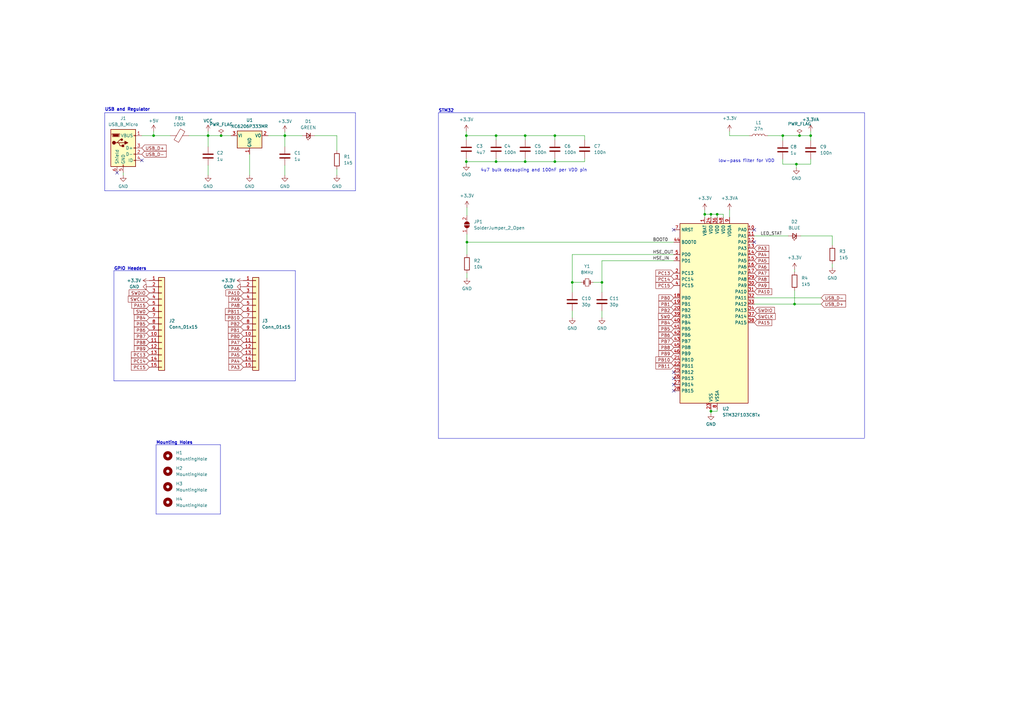
<source format=kicad_sch>
(kicad_sch (version 20230121) (generator eeschema)
  (paper "A3")
  (title_block (title "STM32F103C8T6") (date "2023-08-04") (rev "v.1.0") (company "https://github.com/anilv8"))
  (lib_symbols
    (symbol "Connector:USB_B_Micro" (pin_names (offset 1.016))
      (property "Reference" "J" (at -5.08 11.43 0))
      (property "Value" "USB_B_Micro" (at -5.08 8.89 0))
      (symbol "USB_B_Micro_0_1"
        (rectangle (start -5.08 -7.62) (end 5.08 7.62) (stroke (width 0.254)) (fill (type background)))
        (circle (center -3.81 2.159) (radius 0.635) (stroke (width 0.254)) (fill (type outline)))
        (circle (center -0.635 3.429) (radius 0.381) (stroke (width 0.254)) (fill (type outline)))
        (rectangle (start -0.127 -7.62) (end 0.127 -6.858))
        (polyline (pts (xy -1.905 2.159) (xy 0.635 2.159)) (stroke (width 0.254)))
        (polyline (pts (xy -3.175 2.159) (xy -2.54 2.159) (xy -1.27 3.429) (xy -0.635 3.429)) (stroke (width 0.254)))
        (polyline (pts (xy -2.54 2.159) (xy -1.905 2.159) (xy -1.27 0.889) (xy 0 0.889)) (stroke (width 0.254)))
        (polyline (pts (xy 0.635 2.794) (xy 0.635 1.524) (xy 1.905 2.159) (xy 0.635 2.794)) (stroke (width 0.254)) (fill (type outline)))
        (polyline (pts (xy -4.318 5.588) (xy -1.778 5.588) (xy -2.032 4.826) (xy -4.064 4.826) (xy -4.318 5.588)) (fill (type outline)))
        (polyline (pts (xy -4.699 5.842) (xy -4.699 5.588) (xy -4.445 4.826) (xy -4.445 4.572) (xy -1.651 4.572) (xy -1.651 4.826) (xy -1.397 5.588) (xy -1.397 5.842) (xy -4.699 5.842)))
        (rectangle (start 0.254 1.27) (end -0.508 0.508) (stroke (width 0.254)) (fill (type outline)))
        (rectangle (start 5.08 -5.207) (end 4.318 -4.953))
        (rectangle (start 5.08 -2.667) (end 4.318 -2.413))
        (rectangle (start 5.08 -0.127) (end 4.318 0.127))
        (rectangle (start 5.08 4.953) (end 4.318 5.207))
      )
      (symbol "USB_B_Micro_1_1"
        (pin power_out line (at 7.62 5.08 180) (length 2.54) (name "VBUS") (number "1"))
        (pin bidirectional line (at 7.62 -2.54 180) (length 2.54) (name "D-") (number "2"))
        (pin bidirectional line (at 7.62 0 180) (length 2.54) (name "D+") (number "3"))
        (pin passive line (at 7.62 -5.08 180) (length 2.54) (name "ID") (number "4"))
        (pin power_out line (at 0 -10.16 90) (length 2.54) (name "GND") (number "5"))
        (pin passive line (at -2.54 -10.16 90) (length 2.54) (name "Shield") (number "6"))
      )
    )
    (symbol "Connector_Generic:Conn_01x15" (pin_names (offset 1.016) hide)
      (property "Reference" "J" (at 0 20.32 0))
      (property "Value" "Conn_01x15" (at 0 -20.32 0))
      (symbol "Conn_01x15_1_1"
        (rectangle (start -1.27 -17.653) (end 0 -17.907) (stroke (width 0.1524)))
        (rectangle (start -1.27 -15.113) (end 0 -15.367) (stroke (width 0.1524)))
        (rectangle (start -1.27 -12.573) (end 0 -12.827) (stroke (width 0.1524)))
        (rectangle (start -1.27 -10.033) (end 0 -10.287) (stroke (width 0.1524)))
        (rectangle (start -1.27 -7.493) (end 0 -7.747) (stroke (width 0.1524)))
        (rectangle (start -1.27 -4.953) (end 0 -5.207) (stroke (width 0.1524)))
        (rectangle (start -1.27 -2.413) (end 0 -2.667) (stroke (width 0.1524)))
        (rectangle (start -1.27 0.127) (end 0 -0.127) (stroke (width 0.1524)))
        (rectangle (start -1.27 2.667) (end 0 2.413) (stroke (width 0.1524)))
        (rectangle (start -1.27 5.207) (end 0 4.953) (stroke (width 0.1524)))
        (rectangle (start -1.27 7.747) (end 0 7.493) (stroke (width 0.1524)))
        (rectangle (start -1.27 10.287) (end 0 10.033) (stroke (width 0.1524)))
        (rectangle (start -1.27 12.827) (end 0 12.573) (stroke (width 0.1524)))
        (rectangle (start -1.27 15.367) (end 0 15.113) (stroke (width 0.1524)))
        (rectangle (start -1.27 17.907) (end 0 17.653) (stroke (width 0.1524)))
        (rectangle (start -1.27 19.05) (end 1.27 -19.05) (stroke (width 0.254)) (fill (type background)))
        (pin passive line (at -5.08 17.78 0) (length 3.81) (name "Pin_1") (number "1"))
        (pin passive line (at -5.08 -5.08 0) (length 3.81) (name "Pin_10") (number "10"))
        (pin passive line (at -5.08 -7.62 0) (length 3.81) (name "Pin_11") (number "11"))
        (pin passive line (at -5.08 -10.16 0) (length 3.81) (name "Pin_12") (number "12"))
        (pin passive line (at -5.08 -12.7 0) (length 3.81) (name "Pin_13") (number "13"))
        (pin passive line (at -5.08 -15.24 0) (length 3.81) (name "Pin_14") (number "14"))
        (pin passive line (at -5.08 -17.78 0) (length 3.81) (name "Pin_15") (number "15"))
        (pin passive line (at -5.08 15.24 0) (length 3.81) (name "Pin_2") (number "2"))
        (pin passive line (at -5.08 12.7 0) (length 3.81) (name "Pin_3") (number "3"))
        (pin passive line (at -5.08 10.16 0) (length 3.81) (name "Pin_4") (number "4"))
        (pin passive line (at -5.08 7.62 0) (length 3.81) (name "Pin_5") (number "5"))
        (pin passive line (at -5.08 5.08 0) (length 3.81) (name "Pin_6") (number "6"))
        (pin passive line (at -5.08 2.54 0) (length 3.81) (name "Pin_7") (number "7"))
        (pin passive line (at -5.08 0 0) (length 3.81) (name "Pin_8") (number "8"))
        (pin passive line (at -5.08 -2.54 0) (length 3.81) (name "Pin_9") (number "9"))
      )
    )
    (symbol "Device:C" (pin_numbers hide) (pin_names (offset 0.254))
      (property "Reference" "C" (at 0.635 2.54 0))
      (property "Value" "C" (at 0.635 -2.54 0))
      (symbol "C_0_1"
        (polyline (pts (xy -2.032 -0.762) (xy 2.032 -0.762)) (stroke (width 0.508)))
        (polyline (pts (xy -2.032 0.762) (xy 2.032 0.762)) (stroke (width 0.508)))
      )
      (symbol "C_1_1"
        (pin passive line (at 0 3.81 270) (length 2.794) (name "~") (number "1"))
        (pin passive line (at 0 -3.81 90) (length 2.794) (name "~") (number "2"))
      )
    )
    (symbol "Device:Crystal_Small" (pin_numbers hide) (pin_names (offset 1.016) hide)
      (property "Reference" "Y" (at 0 2.54 0))
      (property "Value" "Crystal_Small" (at 0 -2.54 0))
      (symbol "Crystal_Small_0_1"
        (rectangle (start -0.762 -1.524) (end 0.762 1.524))
        (polyline (pts (xy -1.27 -0.762) (xy -1.27 0.762)) (stroke (width 0.381)))
        (polyline (pts (xy 1.27 -0.762) (xy 1.27 0.762)) (stroke (width 0.381)))
      )
      (symbol "Crystal_Small_1_1"
        (pin passive line (at -2.54 0 0) (length 1.27) (name "1") (number "1"))
        (pin passive line (at 2.54 0 180) (length 1.27) (name "2") (number "2"))
      )
    )
    (symbol "Device:FerriteBead" (pin_numbers hide) (pin_names (offset 0))
      (property "Reference" "FB" (at -3.81 0.635 90))
      (property "Value" "FerriteBead" (at 3.81 0 90))
      (symbol "FerriteBead_0_1"
        (polyline (pts (xy 0 -1.27) (xy 0 -1.2192)))
        (polyline (pts (xy 0 1.27) (xy 0 1.2954)))
        (polyline (pts (xy -2.7686 0.4064) (xy -1.7018 2.2606) (xy 2.7686 -0.3048) (xy 1.6764 -2.159) (xy -2.7686 0.4064)))
      )
      (symbol "FerriteBead_1_1"
        (pin passive line (at 0 3.81 270) (length 2.54) (name "~") (number "1"))
        (pin passive line (at 0 -3.81 90) (length 2.54) (name "~") (number "2"))
      )
    )
    (symbol "Device:L" (pin_numbers hide) (pin_names (offset 1.016) hide)
      (property "Reference" "L" (at -1.27 0 90))
      (property "Value" "L" (at 1.905 0 90))
      (symbol "L_0_1"
        (arc (start 0 -2.54) (mid 0.6323 -1.905) (end 0 -1.27))
        (arc (start 0 -1.27) (mid 0.6323 -0.635) (end 0 0))
        (arc (start 0 0) (mid 0.6323 0.635) (end 0 1.27))
        (arc (start 0 1.27) (mid 0.6323 1.905) (end 0 2.54))
      )
      (symbol "L_1_1"
        (pin passive line (at 0 3.81 270) (length 1.27) (name "1") (number "1"))
        (pin passive line (at 0 -3.81 90) (length 1.27) (name "2") (number "2"))
      )
    )
    (symbol "Device:LED_Small" (pin_numbers hide) (pin_names (offset 0.254) hide)
      (property "Reference" "D" (at -1.27 3.175 0))
      (property "Value" "LED_Small" (at -4.445 -2.54 0))
      (symbol "LED_Small_0_1"
        (polyline (pts (xy -0.762 -1.016) (xy -0.762 1.016)) (stroke (width 0.254)))
        (polyline (pts (xy 1.016 0) (xy -0.762 0)))
        (polyline (pts (xy 0.762 -1.016) (xy -0.762 0) (xy 0.762 1.016) (xy 0.762 -1.016)) (stroke (width 0.254)))
        (polyline (pts (xy 0 0.762) (xy -0.508 1.27) (xy -0.254 1.27) (xy -0.508 1.27) (xy -0.508 1.016)))
        (polyline (pts (xy 0.508 1.27) (xy 0 1.778) (xy 0.254 1.778) (xy 0 1.778) (xy 0 1.524)))
      )
      (symbol "LED_Small_1_1"
        (pin passive line (at -2.54 0 0) (length 1.778) (name "K") (number "1"))
        (pin passive line (at 2.54 0 180) (length 1.778) (name "A") (number "2"))
      )
    )
    (symbol "Device:R" (pin_numbers hide) (pin_names (offset 0))
      (property "Reference" "R" (at 2.032 0 90))
      (property "Value" "R" (at 0 0 90))
      (symbol "R_0_1"
        (rectangle (start -1.016 -2.54) (end 1.016 2.54) (stroke (width 0.254)))
      )
      (symbol "R_1_1"
        (pin passive line (at 0 3.81 270) (length 1.27) (name "~") (number "1"))
        (pin passive line (at 0 -3.81 90) (length 1.27) (name "~") (number "2"))
      )
    )
    (symbol "Jumper:SolderJumper_2_Open" (pin_names (offset 0) hide)
      (property "Reference" "JP" (at 0 2.032 0))
      (property "Value" "SolderJumper_2_Open" (at 0 -2.54 0))
      (symbol "SolderJumper_2_Open_0_1"
        (arc (start -0.254 1.016) (mid -1.2656 0) (end -0.254 -1.016))
        (arc (start -0.254 1.016) (mid -1.2656 0) (end -0.254 -1.016) (fill (type outline)))
        (polyline (pts (xy -0.254 1.016) (xy -0.254 -1.016)))
        (polyline (pts (xy 0.254 1.016) (xy 0.254 -1.016)))
        (arc (start 0.254 -1.016) (mid 1.2656 0) (end 0.254 1.016))
        (arc (start 0.254 -1.016) (mid 1.2656 0) (end 0.254 1.016) (fill (type outline)))
      )
      (symbol "SolderJumper_2_Open_1_1"
        (pin passive line (at -3.81 0 0) (length 2.54) (name "A") (number "1"))
        (pin passive line (at 3.81 0 180) (length 2.54) (name "B") (number "2"))
      )
    )
    (symbol "MCU_ST_STM32F1:STM32F103C8Tx"
      (property "Reference" "U" (at -12.7 39.37 0))
      (property "Value" "STM32F103C8Tx" (at 10.16 39.37 0))
      (symbol "STM32F103C8Tx_0_1"
        (rectangle (start -12.7 -35.56) (end 15.24 38.1) (stroke (width 0.254)) (fill (type background)))
      )
      (symbol "STM32F103C8Tx_1_1"
        (pin power_in line (at -2.54 40.64 270) (length 2.54) (name "VBAT") (number "1"))
        (pin bidirectional line (at 17.78 35.56 180) (length 2.54) (name "PA0") (number "10"))
        (pin bidirectional line (at 17.78 33.02 180) (length 2.54) (name "PA1") (number "11"))
        (pin bidirectional line (at 17.78 30.48 180) (length 2.54) (name "PA2") (number "12"))
        (pin bidirectional line (at 17.78 27.94 180) (length 2.54) (name "PA3") (number "13"))
        (pin bidirectional line (at 17.78 25.4 180) (length 2.54) (name "PA4") (number "14"))
        (pin bidirectional line (at 17.78 22.86 180) (length 2.54) (name "PA5") (number "15"))
        (pin bidirectional line (at 17.78 20.32 180) (length 2.54) (name "PA6") (number "16"))
        (pin bidirectional line (at 17.78 17.78 180) (length 2.54) (name "PA7") (number "17"))
        (pin bidirectional line (at -15.24 7.62 0) (length 2.54) (name "PB0") (number "18"))
        (pin bidirectional line (at -15.24 5.08 0) (length 2.54) (name "PB1") (number "19"))
        (pin bidirectional line (at -15.24 17.78 0) (length 2.54) (name "PC13") (number "2"))
        (pin bidirectional line (at -15.24 2.54 0) (length 2.54) (name "PB2") (number "20"))
        (pin bidirectional line (at -15.24 -17.78 0) (length 2.54) (name "PB10") (number "21"))
        (pin bidirectional line (at -15.24 -20.32 0) (length 2.54) (name "PB11") (number "22"))
        (pin power_in line (at 0 -38.1 90) (length 2.54) (name "VSS") (number "23"))
        (pin power_in line (at 0 40.64 270) (length 2.54) (name "VDD") (number "24"))
        (pin bidirectional line (at -15.24 -22.86 0) (length 2.54) (name "PB12") (number "25"))
        (pin bidirectional line (at -15.24 -25.4 0) (length 2.54) (name "PB13") (number "26"))
        (pin bidirectional line (at -15.24 -27.94 0) (length 2.54) (name "PB14") (number "27"))
        (pin bidirectional line (at -15.24 -30.48 0) (length 2.54) (name "PB15") (number "28"))
        (pin bidirectional line (at 17.78 15.24 180) (length 2.54) (name "PA8") (number "29"))
        (pin bidirectional line (at -15.24 15.24 0) (length 2.54) (name "PC14") (number "3"))
        (pin bidirectional line (at 17.78 12.7 180) (length 2.54) (name "PA9") (number "30"))
        (pin bidirectional line (at 17.78 10.16 180) (length 2.54) (name "PA10") (number "31"))
        (pin bidirectional line (at 17.78 7.62 180) (length 2.54) (name "PA11") (number "32"))
        (pin bidirectional line (at 17.78 5.08 180) (length 2.54) (name "PA12") (number "33"))
        (pin bidirectional line (at 17.78 2.54 180) (length 2.54) (name "PA13") (number "34"))
        (pin passive line (at 0 -38.1 90) (length 2.54) hide (name "VSS") (number "35"))
        (pin power_in line (at 2.54 40.64 270) (length 2.54) (name "VDD") (number "36"))
        (pin bidirectional line (at 17.78 0 180) (length 2.54) (name "PA14") (number "37"))
        (pin bidirectional line (at 17.78 -2.54 180) (length 2.54) (name "PA15") (number "38"))
        (pin bidirectional line (at -15.24 0 0) (length 2.54) (name "PB3") (number "39"))
        (pin bidirectional line (at -15.24 12.7 0) (length 2.54) (name "PC15") (number "4"))
        (pin bidirectional line (at -15.24 -2.54 0) (length 2.54) (name "PB4") (number "40"))
        (pin bidirectional line (at -15.24 -5.08 0) (length 2.54) (name "PB5") (number "41"))
        (pin bidirectional line (at -15.24 -7.62 0) (length 2.54) (name "PB6") (number "42"))
        (pin bidirectional line (at -15.24 -10.16 0) (length 2.54) (name "PB7") (number "43"))
        (pin input line (at -15.24 30.48 0) (length 2.54) (name "BOOT0") (number "44"))
        (pin bidirectional line (at -15.24 -12.7 0) (length 2.54) (name "PB8") (number "45"))
        (pin bidirectional line (at -15.24 -15.24 0) (length 2.54) (name "PB9") (number "46"))
        (pin passive line (at 0 -38.1 90) (length 2.54) hide (name "VSS") (number "47"))
        (pin power_in line (at 5.08 40.64 270) (length 2.54) (name "VDD") (number "48"))
        (pin bidirectional line (at -15.24 25.4 0) (length 2.54) (name "PD0") (number "5"))
        (pin bidirectional line (at -15.24 22.86 0) (length 2.54) (name "PD1") (number "6"))
        (pin input line (at -15.24 35.56 0) (length 2.54) (name "NRST") (number "7"))
        (pin power_in line (at 2.54 -38.1 90) (length 2.54) (name "VSSA") (number "8"))
        (pin power_in line (at 7.62 40.64 270) (length 2.54) (name "VDDA") (number "9"))
      )
    )
    (symbol "Mechanical:MountingHole" (pin_names (offset 1.016))
      (property "Reference" "H" (at 0 5.08 0))
      (property "Value" "MountingHole" (at 0 3.175 0))
      (symbol "MountingHole_0_1"
        (circle (center 0 0) (radius 1.27) (stroke (width 1.27)))
      )
    )
    (symbol "Regulator_Linear:XC6206PxxxMR" (pin_names (offset 0.254))
      (property "Reference" "U" (at -3.81 3.175 0))
      (property "Value" "XC6206PxxxMR" (at 0 3.175 0))
      (symbol "XC6206PxxxMR_0_1"
        (rectangle (start -5.08 1.905) (end 5.08 -5.08) (stroke (width 0.254)) (fill (type background)))
      )
      (symbol "XC6206PxxxMR_1_1"
        (pin power_in line (at 0 -7.62 90) (length 2.54) (name "GND") (number "1"))
        (pin power_out line (at 7.62 0 180) (length 2.54) (name "VO") (number "2"))
        (pin power_in line (at -7.62 0 0) (length 2.54) (name "VI") (number "3"))
      )
    )
    (symbol "power:+3.3V" (power) (pin_names (offset 0))
      (property "Value" "+3.3V" (at 0 3.556 0))
      (symbol "+3.3V_0_1"
        (polyline (pts (xy -0.762 1.27) (xy 0 2.54)))
        (polyline (pts (xy 0 0) (xy 0 2.54)))
        (polyline (pts (xy 0 2.54) (xy 0.762 1.27)))
      )
      (symbol "+3.3V_1_1"
        (pin power_in line (at 0 0 90) (length 0) hide (name "+3.3V") (number "1"))
      )
    )
    (symbol "power:+3.3VA" (power) (pin_names (offset 0))
      (property "Value" "+3.3VA" (at 0 3.556 0))
      (symbol "+3.3VA_0_1"
        (polyline (pts (xy -0.762 1.27) (xy 0 2.54)))
        (polyline (pts (xy 0 0) (xy 0 2.54)))
        (polyline (pts (xy 0 2.54) (xy 0.762 1.27)))
      )
      (symbol "+3.3VA_1_1"
        (pin power_in line (at 0 0 90) (length 0) hide (name "+3.3VA") (number "1"))
      )
    )
    (symbol "power:+5V" (power) (pin_names (offset 0))
      (property "Value" "+5V" (at 0 3.556 0))
      (symbol "+5V_0_1"
        (polyline (pts (xy -0.762 1.27) (xy 0 2.54)))
        (polyline (pts (xy 0 0) (xy 0 2.54)))
        (polyline (pts (xy 0 2.54) (xy 0.762 1.27)))
      )
      (symbol "+5V_1_1"
        (pin power_in line (at 0 0 90) (length 0) hide (name "+5V") (number "1"))
      )
    )
    (symbol "power:GND" (power) (pin_names (offset 0))
      (property "Value" "GND" (at 0 -3.81 0))
      (symbol "GND_0_1"
        (polyline (pts (xy 0 0) (xy 0 -1.27) (xy 1.27 -1.27) (xy 0 -2.54) (xy -1.27 -1.27) (xy 0 -1.27)))
      )
      (symbol "GND_1_1"
        (pin power_in line (at 0 0 270) (length 0) hide (name "GND") (number "1"))
      )
    )
    (symbol "power:PWR_FLAG" (power) (pin_numbers hide) (pin_names (offset 0) hide)
      (property "Value" "PWR_FLAG" (at 0 3.81 0))
      (symbol "PWR_FLAG_0_0"
        (pin power_out line (at 0 0 90) (length 0) (name "pwr") (number "1"))
      )
      (symbol "PWR_FLAG_0_1"
        (polyline (pts (xy 0 0) (xy 0 1.27) (xy -1.016 1.905) (xy 0 2.54) (xy 1.016 1.905) (xy 0 1.27)))
      )
    )
    (symbol "power:VCC" (power) (pin_names (offset 0))
      (property "Value" "VCC" (at 0 3.81 0))
      (symbol "VCC_0_1"
        (polyline (pts (xy -0.762 1.27) (xy 0 2.54)))
        (polyline (pts (xy 0 0) (xy 0 2.54)))
        (polyline (pts (xy 0 2.54) (xy 0.762 1.27)))
      )
      (symbol "VCC_1_1"
        (pin power_in line (at 0 0 90) (length 0) hide (name "VCC") (number "1"))
      )
    )
  )
  (junction (at 246.888 115.824))
  (junction (at 203.454 55.626))
  (junction (at 294.132 87.884))
  (junction (at 289.052 87.884))
  (junction (at 116.84 55.626))
  (junction (at 234.696 115.824))
  (junction (at 291.592 87.884))
  (junction (at 90.678 55.626))
  (junction (at 227.584 55.626))
  (junction (at 215.392 66.294))
  (junction (at 62.992 55.626))
  (junction (at 321.056 55.626))
  (junction (at 227.584 66.294))
  (junction (at 326.644 67.31))
  (junction (at 291.592 168.656))
  (junction (at 332.486 55.626))
  (junction (at 203.454 66.294))
  (junction (at 215.392 55.626))
  (junction (at 191.262 66.294))
  (junction (at 191.262 55.626))
  (junction (at 325.882 124.714))
  (junction (at 191.516 99.314))
  (junction (at 327.914 55.626))
  (junction (at 85.344 55.626))
  (no_connect (at 276.352 94.234))
  (no_connect (at 276.352 160.274))
  (no_connect (at 48.006 70.866))
  (no_connect (at 309.372 99.314))
  (no_connect (at 276.352 157.734))
  (no_connect (at 276.352 152.654))
  (no_connect (at 58.166 65.786))
  (no_connect (at 309.372 94.234))
  (no_connect (at 276.352 155.194))
  (wire (pts (xy 291.592 167.894) (xy 291.592 168.656)))
  (polyline (pts (xy 64.008 182.372) (xy 90.424 182.372)))
  (wire (pts (xy 234.696 115.824) (xy 234.696 119.888)))
  (wire (pts (xy 291.592 168.656) (xy 291.592 169.672)))
  (wire (pts (xy 341.376 100.584) (xy 341.376 96.774)))
  (polyline (pts (xy 42.926 46.228) (xy 42.926 78.232)))
  (wire (pts (xy 62.992 55.626) (xy 69.85 55.626)))
  (wire (pts (xy 289.052 87.884) (xy 291.592 87.884)))
  (wire (pts (xy 191.516 96.012) (xy 191.516 99.314)))
  (wire (pts (xy 246.888 115.824) (xy 246.888 119.888)))
  (polyline (pts (xy 90.424 210.82) (xy 64.008 210.82)))
  (wire (pts (xy 314.96 55.626) (xy 321.056 55.626)))
  (polyline (pts (xy 145.796 78.232) (xy 42.926 78.232)))
  (wire (pts (xy 289.052 86.106) (xy 289.052 87.884)))
  (wire (pts (xy 203.454 57.404) (xy 203.454 55.626)))
  (wire (pts (xy 299.212 55.626) (xy 307.34 55.626)))
  (wire (pts (xy 246.888 106.934) (xy 276.352 106.934)))
  (wire (pts (xy 294.132 168.656) (xy 291.592 168.656)))
  (wire (pts (xy 116.84 55.626) (xy 116.84 60.198)))
  (wire (pts (xy 321.056 65.278) (xy 321.056 67.31)))
  (wire (pts (xy 215.392 66.294) (xy 227.584 66.294)))
  (wire (pts (xy 325.882 110.49) (xy 325.882 111.506)))
  (wire (pts (xy 294.132 87.884) (xy 296.672 87.884)))
  (wire (pts (xy 191.262 53.848) (xy 191.262 55.626)))
  (polyline (pts (xy 64.008 182.372) (xy 64.008 210.82)))
  (wire (pts (xy 321.056 67.31) (xy 326.644 67.31)))
  (wire (pts (xy 102.362 63.246) (xy 102.362 71.882)))
  (wire (pts (xy 234.696 127.508) (xy 234.696 130.302)))
  (polyline (pts (xy 145.796 46.228) (xy 145.796 78.232)))
  (wire (pts (xy 234.696 115.824) (xy 238.252 115.824)))
  (polyline (pts (xy 354.584 46.228) (xy 354.584 179.578)))
  (wire (pts (xy 239.776 57.404) (xy 239.776 55.626)))
  (wire (pts (xy 203.454 66.294) (xy 215.392 66.294)))
  (wire (pts (xy 227.584 65.024) (xy 227.584 66.294)))
  (wire (pts (xy 291.592 87.884) (xy 294.132 87.884)))
  (wire (pts (xy 326.644 67.31) (xy 326.644 68.834)))
  (wire (pts (xy 215.392 65.024) (xy 215.392 66.294)))
  (wire (pts (xy 326.644 67.31) (xy 332.486 67.31)))
  (wire (pts (xy 138.176 69.342) (xy 138.176 71.882)))
  (polyline (pts (xy 354.584 179.832) (xy 179.832 179.832)))
  (wire (pts (xy 129.032 55.626) (xy 138.176 55.626)))
  (polyline (pts (xy 46.736 110.998) (xy 46.736 156.21)))
  (wire (pts (xy 327.914 55.626) (xy 332.486 55.626)))
  (wire (pts (xy 50.546 70.866) (xy 50.546 71.882)))
  (wire (pts (xy 116.84 55.626) (xy 123.952 55.626)))
  (wire (pts (xy 215.392 57.404) (xy 215.392 55.626)))
  (wire (pts (xy 191.516 99.314) (xy 276.352 99.314)))
  (wire (pts (xy 227.584 57.404) (xy 227.584 55.626)))
  (wire (pts (xy 191.262 66.294) (xy 203.454 66.294)))
  (wire (pts (xy 203.454 65.024) (xy 203.454 66.294)))
  (wire (pts (xy 243.332 115.824) (xy 246.888 115.824)))
  (wire (pts (xy 227.584 55.626) (xy 215.392 55.626)))
  (wire (pts (xy 325.882 119.126) (xy 325.882 124.714)))
  (polyline (pts (xy 121.158 156.21) (xy 121.158 110.998)))
  (wire (pts (xy 276.352 104.394) (xy 234.696 104.394)))
  (wire (pts (xy 77.47 55.626) (xy 85.344 55.626)))
  (wire (pts (xy 246.888 106.934) (xy 246.888 115.824)))
  (wire (pts (xy 85.344 55.626) (xy 85.344 60.198)))
  (wire (pts (xy 299.212 86.106) (xy 299.212 89.154)))
  (wire (pts (xy 332.486 53.848) (xy 332.486 55.626)))
  (polyline (pts (xy 179.832 46.228) (xy 354.584 46.228)))
  (polyline (pts (xy 46.736 156.21) (xy 121.158 156.21)))
  (wire (pts (xy 309.372 122.174) (xy 336.804 122.174)))
  (wire (pts (xy 203.454 55.626) (xy 191.262 55.626)))
  (wire (pts (xy 332.486 55.626) (xy 332.486 57.658)))
  (wire (pts (xy 191.516 85.09) (xy 191.516 88.392)))
  (wire (pts (xy 309.372 124.714) (xy 325.882 124.714)))
  (wire (pts (xy 234.696 104.394) (xy 234.696 115.824)))
  (wire (pts (xy 85.344 53.848) (xy 85.344 55.626)))
  (wire (pts (xy 191.262 55.626) (xy 191.262 57.404)))
  (wire (pts (xy 246.888 127.508) (xy 246.888 130.302)))
  (polyline (pts (xy 42.926 46.228) (xy 145.796 46.228)))
  (wire (pts (xy 191.262 65.024) (xy 191.262 66.294)))
  (wire (pts (xy 191.516 112.014) (xy 191.516 114.046)))
  (wire (pts (xy 294.132 89.154) (xy 294.132 87.884)))
  (wire (pts (xy 138.176 61.722) (xy 138.176 55.626)))
  (polyline (pts (xy 90.424 182.372) (xy 90.424 210.82)))
  (wire (pts (xy 325.882 124.714) (xy 336.804 124.714)))
  (wire (pts (xy 85.344 55.626) (xy 90.678 55.626)))
  (wire (pts (xy 85.344 67.818) (xy 85.344 71.882)))
  (wire (pts (xy 109.982 55.626) (xy 116.84 55.626)))
  (wire (pts (xy 215.392 55.626) (xy 203.454 55.626)))
  (wire (pts (xy 58.166 55.626) (xy 62.992 55.626)))
  (wire (pts (xy 321.056 57.658) (xy 321.056 55.626)))
  (wire (pts (xy 309.372 96.774) (xy 323.342 96.774)))
  (wire (pts (xy 116.84 67.818) (xy 116.84 71.882)))
  (wire (pts (xy 291.592 89.154) (xy 291.592 87.884)))
  (wire (pts (xy 341.376 108.204) (xy 341.376 109.728)))
  (wire (pts (xy 332.486 65.278) (xy 332.486 67.31)))
  (wire (pts (xy 299.212 53.848) (xy 299.212 55.626)))
  (polyline (pts (xy 46.736 110.998) (xy 121.158 110.998)))
  (wire (pts (xy 191.262 66.294) (xy 191.262 67.31)))
  (wire (pts (xy 239.776 66.294) (xy 227.584 66.294)))
  (wire (pts (xy 289.052 89.154) (xy 289.052 87.884)))
  (wire (pts (xy 191.516 99.314) (xy 191.516 104.394)))
  (wire (pts (xy 321.056 55.626) (xy 327.914 55.626)))
  (polyline (pts (xy 179.832 46.228) (xy 179.832 179.832)))
  (wire (pts (xy 62.992 53.848) (xy 62.992 55.626)))
  (wire (pts (xy 239.776 65.024) (xy 239.776 66.294)))
  (wire (pts (xy 296.672 87.884) (xy 296.672 89.154)))
  (wire (pts (xy 90.678 55.626) (xy 94.742 55.626)))
  (wire (pts (xy 341.376 96.774) (xy 328.422 96.774)))
  (wire (pts (xy 116.84 54.102) (xy 116.84 55.626)))
  (wire (pts (xy 294.132 167.894) (xy 294.132 168.656)))
  (wire (pts (xy 239.776 55.626) (xy 227.584 55.626)))
  (text "Mounting Holes" (at 64.008 182.372 0) (effects (font (size 1.27 1.27) bold) (justify left bottom)))
  (text "STM32" (at 179.832 46.228 0) (effects (font (size 1.27 1.27) (thickness 0.254) bold) (justify left bottom)))
  (text "USB and Regulator" (at 42.926 45.72 0) (effects (font (size 1.27 1.27) (thickness 0.254) bold) (justify left bottom)))
  (text "GPIO Headers" (at 46.736 110.998 0) (effects (font (size 1.27 1.27) bold) (justify left bottom)))
  (text "low-pass filter for VDD" (at 294.64 66.802 0) (effects (font (size 1.27 1.27)) (justify left bottom)))
  (text "4u7 bulk decaupling and 100nF per VDD pin" (at 197.104 70.612 0) (effects (font (size 1.27 1.27)) (justify left bottom)))
  (label "BOOT0" (at 267.716 99.314 0))
  (label "HSE_IN" (at 267.716 106.934 0))
  (label "HSE_OUT" (at 267.716 104.394 0))
  (label "LED_STAT" (at 311.912 96.774 0))
  (global_label "PB11" (shape input) (at 276.352 150.114 180) (property "Intersheetrefs" "${INTERSHEET_REFS}" (effects hide)))
  (global_label "PB1" (shape input) (at 99.822 135.382 180) (property "Intersheetrefs" "${INTERSHEET_REFS}" (effects hide)))
  (global_label "PA6" (shape input) (at 309.372 109.474 0) (property "Intersheetrefs" "${INTERSHEET_REFS}" (effects hide)))
  (global_label "PA15" (shape input) (at 309.372 132.334 0) (property "Intersheetrefs" "${INTERSHEET_REFS}" (effects hide)))
  (global_label "PB5" (shape input) (at 61.214 132.842 180) (property "Intersheetrefs" "${INTERSHEET_REFS}" (effects hide)))
  (global_label "PB0" (shape input) (at 99.822 137.922 180) (property "Intersheetrefs" "${INTERSHEET_REFS}" (effects hide)))
  (global_label "PB5" (shape input) (at 276.352 134.874 180) (property "Intersheetrefs" "${INTERSHEET_REFS}" (effects hide)))
  (global_label "PB1" (shape input) (at 276.352 124.714 180) (property "Intersheetrefs" "${INTERSHEET_REFS}" (effects hide)))
  (global_label "PB0" (shape input) (at 276.352 122.174 180) (property "Intersheetrefs" "${INTERSHEET_REFS}" (effects hide)))
  (global_label "PA10" (shape input) (at 99.822 120.142 180) (property "Intersheetrefs" "${INTERSHEET_REFS}" (effects hide)))
  (global_label "PA5" (shape input) (at 309.372 106.934 0) (property "Intersheetrefs" "${INTERSHEET_REFS}" (effects hide)))
  (global_label "PA5" (shape input) (at 99.822 145.542 180) (property "Intersheetrefs" "${INTERSHEET_REFS}" (effects hide)))
  (global_label "PA9" (shape input) (at 309.372 117.094 0) (property "Intersheetrefs" "${INTERSHEET_REFS}" (effects hide)))
  (global_label "PB4" (shape input) (at 61.214 130.302 180) (property "Intersheetrefs" "${INTERSHEET_REFS}" (effects hide)))
  (global_label "USB_D+" (shape input) (at 58.166 60.706 0) (property "Intersheetrefs" "${INTERSHEET_REFS}" (effects hide)))
  (global_label "PB7" (shape input) (at 276.352 139.954 180) (property "Intersheetrefs" "${INTERSHEET_REFS}" (effects hide)))
  (global_label "PC15" (shape input) (at 276.352 117.094 180) (property "Intersheetrefs" "${INTERSHEET_REFS}" (effects hide)))
  (global_label "PA10" (shape input) (at 309.372 119.634 0) (property "Intersheetrefs" "${INTERSHEET_REFS}" (effects hide)))
  (global_label "PA15" (shape input) (at 61.214 125.222 180) (property "Intersheetrefs" "${INTERSHEET_REFS}" (effects hide)))
  (global_label "PB8" (shape input) (at 276.352 142.494 180) (property "Intersheetrefs" "${INTERSHEET_REFS}" (effects hide)))
  (global_label "PB8" (shape input) (at 61.214 140.462 180) (property "Intersheetrefs" "${INTERSHEET_REFS}" (effects hide)))
  (global_label "SWDIO" (shape input) (at 61.214 120.142 180) (property "Intersheetrefs" "${INTERSHEET_REFS}" (effects hide)))
  (global_label "PB9" (shape input) (at 276.352 145.034 180) (property "Intersheetrefs" "${INTERSHEET_REFS}" (effects hide)))
  (global_label "PA8" (shape input) (at 99.822 125.222 180) (property "Intersheetrefs" "${INTERSHEET_REFS}" (effects hide)))
  (global_label "USB_D+" (shape input) (at 336.804 124.714 0) (property "Intersheetrefs" "${INTERSHEET_REFS}" (effects hide)))
  (global_label "PA7" (shape input) (at 99.822 140.462 180) (property "Intersheetrefs" "${INTERSHEET_REFS}" (effects hide)))
  (global_label "SW0" (shape input) (at 276.352 129.794 180) (property "Intersheetrefs" "${INTERSHEET_REFS}" (effects hide)))
  (global_label "USB_D-" (shape input) (at 336.804 122.174 0) (property "Intersheetrefs" "${INTERSHEET_REFS}" (effects hide)))
  (global_label "PB10" (shape input) (at 99.822 130.302 180) (property "Intersheetrefs" "${INTERSHEET_REFS}" (effects hide)))
  (global_label "PB2" (shape input) (at 99.822 132.842 180) (property "Intersheetrefs" "${INTERSHEET_REFS}" (effects hide)))
  (global_label "PA4" (shape input) (at 309.372 104.394 0) (property "Intersheetrefs" "${INTERSHEET_REFS}" (effects hide)))
  (global_label "PA3" (shape input) (at 99.822 150.622 180) (property "Intersheetrefs" "${INTERSHEET_REFS}" (effects hide)))
  (global_label "PA7" (shape input) (at 309.372 112.014 0) (property "Intersheetrefs" "${INTERSHEET_REFS}" (effects hide)))
  (global_label "PC14" (shape input) (at 61.214 148.082 180) (property "Intersheetrefs" "${INTERSHEET_REFS}" (effects hide)))
  (global_label "PC14" (shape input) (at 276.352 114.554 180) (property "Intersheetrefs" "${INTERSHEET_REFS}" (effects hide)))
  (global_label "PA9" (shape input) (at 99.822 122.682 180) (property "Intersheetrefs" "${INTERSHEET_REFS}" (effects hide)))
  (global_label "PA8" (shape input) (at 309.372 114.554 0) (property "Intersheetrefs" "${INTERSHEET_REFS}" (effects hide)))
  (global_label "PA6" (shape input) (at 99.822 143.002 180) (property "Intersheetrefs" "${INTERSHEET_REFS}" (effects hide)))
  (global_label "SWCLK" (shape input) (at 61.214 122.682 180) (property "Intersheetrefs" "${INTERSHEET_REFS}" (effects hide)))
  (global_label "USB_D-" (shape input) (at 58.166 63.246 0) (property "Intersheetrefs" "${INTERSHEET_REFS}" (effects hide)))
  (global_label "PA4" (shape input) (at 99.822 148.082 180) (property "Intersheetrefs" "${INTERSHEET_REFS}" (effects hide)))
  (global_label "PC13" (shape input) (at 276.352 112.014 180) (property "Intersheetrefs" "${INTERSHEET_REFS}" (effects hide)))
  (global_label "PC15" (shape input) (at 61.214 150.622 180) (property "Intersheetrefs" "${INTERSHEET_REFS}" (effects hide)))
  (global_label "PB4" (shape input) (at 276.352 132.334 180) (property "Intersheetrefs" "${INTERSHEET_REFS}" (effects hide)))
  (global_label "PB6" (shape input) (at 61.214 135.382 180) (property "Intersheetrefs" "${INTERSHEET_REFS}" (effects hide)))
  (global_label "SWCLK" (shape input) (at 309.372 129.794 0) (property "Intersheetrefs" "${INTERSHEET_REFS}" (effects hide)))
  (global_label "PB7" (shape input) (at 61.214 137.922 180) (property "Intersheetrefs" "${INTERSHEET_REFS}" (effects hide)))
  (global_label "SW0" (shape input) (at 61.214 127.762 180) (property "Intersheetrefs" "${INTERSHEET_REFS}" (effects hide)))
  (global_label "PB11" (shape input) (at 99.822 127.762 180) (property "Intersheetrefs" "${INTERSHEET_REFS}" (effects hide)))
  (global_label "PB6" (shape input) (at 276.352 137.414 180) (property "Intersheetrefs" "${INTERSHEET_REFS}" (effects hide)))
  (global_label "PA3" (shape input) (at 309.372 101.854 0) (property "Intersheetrefs" "${INTERSHEET_REFS}" (effects hide)))
  (global_label "SWDIO" (shape input) (at 309.372 127.254 0) (property "Intersheetrefs" "${INTERSHEET_REFS}" (effects hide)))
  (global_label "PB2" (shape input) (at 276.352 127.254 180) (property "Intersheetrefs" "${INTERSHEET_REFS}" (effects hide)))
  (global_label "PB9" (shape input) (at 61.214 143.002 180) (property "Intersheetrefs" "${INTERSHEET_REFS}" (effects hide)))
  (global_label "PB10" (shape input) (at 276.352 147.574 180) (property "Intersheetrefs" "${INTERSHEET_REFS}" (effects hide)))
  (global_label "PC13" (shape input) (at 61.214 145.542 180) (property "Intersheetrefs" "${INTERSHEET_REFS}" (effects hide)))
  (symbol (lib_id "Device:FerriteBead") (at 73.66 55.626 90) (unit 1)
    (property "Reference" "FB1" (at 73.6092 48.514 90))
    (property "Value" "100R" (at 73.6092 51.054 90))
    (property "Footprint" "Inductor_SMD:L_0805_2012Metric" (effects hide))
  )
  (symbol (lib_id "Device:C") (at 332.486 61.468 0) (unit 1)
    (property "Reference" "C9" (at 336.296 60.198 0) (effects (justify left)))
    (property "Value" "100n" (at 336.296 62.738 0) (effects (justify left)))
    (property "Footprint" "Capacitor_SMD:C_0402_1005Metric" (effects hide))
  )
  (symbol (lib_id "Jumper:SolderJumper_2_Open") (at 191.516 92.202 90) (unit 1)
    (property "Reference" "JP1" (at 194.31 90.932 90) (effects (justify right)))
    (property "Value" "SolderJumper_2_Open" (at 194.31 93.472 90) (effects (justify right)))
    (property "Footprint" "Jumper:SolderJumper-2_P1.3mm_Open_Pad1.0x1.5mm" (effects hide))
  )
  (symbol (lib_id "power:GND") (at 99.822 117.602 270) (unit 1)
    (property "Reference" "#PWR026" (effects hide))
    (property "Value" "GND" (at 95.758 117.602 90) (effects (justify right)))
  )
  (symbol (lib_id "power:PWR_FLAG") (at 327.914 55.626 0) (unit 1)
    (property "Reference" "#FLG01" (effects hide))
    (property "Value" "PWR_FLAG" (at 327.914 50.8 0))
  )
  (symbol (lib_id "Device:C") (at 116.84 64.008 0) (unit 1)
    (property "Reference" "C1" (at 120.65 62.738 0) (effects (justify left)))
    (property "Value" "1u" (at 120.65 65.278 0) (effects (justify left)))
    (property "Footprint" "Capacitor_SMD:C_0603_1608Metric" (effects hide))
  )
  (symbol (lib_id "Device:C") (at 227.584 61.214 0) (unit 1)
    (property "Reference" "C6" (at 231.394 59.944 0) (effects (justify left)))
    (property "Value" "100n" (at 231.394 62.484 0) (effects (justify left)))
    (property "Footprint" "Capacitor_SMD:C_0402_1005Metric" (effects hide))
  )
  (symbol (lib_id "Device:C") (at 234.696 123.698 0) (unit 1)
    (property "Reference" "C10" (at 238.506 122.428 0) (effects (justify left)))
    (property "Value" "30p" (at 238.506 124.968 0) (effects (justify left)))
    (property "Footprint" "Capacitor_SMD:C_0402_1005Metric" (effects hide))
  )
  (symbol (lib_id "power:GND") (at 191.262 67.31 0) (unit 1)
    (property "Reference" "#PWR012" (effects hide))
    (property "Value" "GND" (at 191.262 71.628 0))
  )
  (symbol (lib_id "Connector:USB_B_Micro") (at 50.546 60.706 0) (unit 1)
    (property "Reference" "J1" (at 50.546 48.514 0))
    (property "Value" "USB_B_Micro" (at 50.546 51.054 0))
    (property "Footprint" "Connector_USB:USB_Micro-B_Wuerth_629105150521" (effects hide))
  )
  (symbol (lib_id "power:+3.3VA") (at 332.486 53.848 0) (unit 1)
    (property "Reference" "#PWR015" (effects hide))
    (property "Value" "+3.3VA" (at 332.486 49.022 0))
  )
  (symbol (lib_id "power:+3.3V") (at 191.516 85.09 0) (unit 1)
    (property "Reference" "#PWR016" (effects hide))
    (property "Value" "+3.3V" (at 191.516 80.264 0))
  )
  (symbol (lib_id "power:GND") (at 116.84 71.882 0) (unit 1)
    (property "Reference" "#PWR04" (effects hide))
    (property "Value" "GND" (at 116.84 76.454 0))
  )
  (symbol (lib_id "power:GND") (at 138.176 71.882 0) (unit 1)
    (property "Reference" "#PWR05" (effects hide))
    (property "Value" "GND" (at 138.176 76.454 0))
  )
  (symbol (lib_id "power:VCC") (at 85.344 53.848 0) (unit 1)
    (property "Reference" "#PWR07" (effects hide))
    (property "Value" "VCC" (at 85.344 49.53 0))
  )
  (symbol (lib_id "Device:R") (at 138.176 65.532 0) (unit 1)
    (property "Reference" "R1" (at 140.97 64.262 0) (effects (justify left)))
    (property "Value" "1k5" (at 140.97 66.802 0) (effects (justify left)))
    (property "Footprint" "Resistor_SMD:R_0603_1608Metric" (effects hide))
  )
  (symbol (lib_id "power:GND") (at 291.592 169.672 0) (unit 1)
    (property "Reference" "#PWR020" (effects hide))
    (property "Value" "GND" (at 291.592 173.99 0))
  )
  (symbol (lib_id "power:GND") (at 102.362 71.882 0) (unit 1)
    (property "Reference" "#PWR03" (effects hide))
    (property "Value" "GND" (at 102.362 76.454 0))
  )
  (symbol (lib_id "power:+5V") (at 62.992 53.848 0) (unit 1)
    (property "Reference" "#PWR06" (effects hide))
    (property "Value" "+5V" (at 62.992 49.53 0))
  )
  (symbol (lib_id "Mechanical:MountingHole") (at 68.834 186.944 0) (unit 1)
    (property "Reference" "H1" (at 72.136 185.674 0) (effects (justify left)))
    (property "Value" "MountingHole" (at 72.136 188.214 0) (effects (justify left)))
    (property "Footprint" "MountingHole:MountingHole_2.2mm_M2" (effects hide))
  )
  (symbol (lib_id "Device:C") (at 246.888 123.698 0) (unit 1)
    (property "Reference" "C11" (at 249.936 122.428 0) (effects (justify left)))
    (property "Value" "30p" (at 249.936 124.968 0) (effects (justify left)))
    (property "Footprint" "Capacitor_SMD:C_0402_1005Metric" (effects hide))
  )
  (symbol (lib_id "power:+3.3V") (at 325.882 110.49 0) (unit 1)
    (property "Reference" "#PWR022" (effects hide))
    (property "Value" "+3.3V" (at 325.882 105.664 0))
  )
  (symbol (lib_id "MCU_ST_STM32F1:STM32F103C8Tx") (at 291.592 129.794 0) (unit 1)
    (property "Reference" "U2" (at 296.3261 167.64 0) (effects (justify left)))
    (property "Value" "STM32F103C8Tx" (at 296.3261 170.18 0) (effects (justify left)))
    (property "Footprint" "Package_QFP:LQFP-48_7x7mm_P0.5mm" (effects hide))
    (property "Datasheet" "https://www.st.com/resource/en/datasheet/stm32f103c8.pdf" (effects hide))
  )
  (symbol (lib_id "power:+3.3VA") (at 299.212 86.106 0) (unit 1)
    (property "Reference" "#PWR010" (effects hide))
    (property "Value" "+3.3VA" (at 299.212 81.28 0))
  )
  (symbol (lib_id "power:+3.3V") (at 289.052 86.106 0) (unit 1)
    (property "Reference" "#PWR09" (effects hide))
    (property "Value" "+3.3V" (at 289.052 81.28 0))
  )
  (symbol (lib_id "Device:C") (at 191.262 61.214 0) (unit 1)
    (property "Reference" "C3" (at 195.326 59.944 0) (effects (justify left)))
    (property "Value" "4u7" (at 195.326 62.484 0) (effects (justify left)))
    (property "Footprint" "Capacitor_SMD:C_0603_1608Metric" (effects hide))
  )
  (symbol (lib_id "Device:LED_Small") (at 126.492 55.626 180) (unit 1)
    (property "Reference" "D1" (at 126.4285 49.784 0))
    (property "Value" "GREEN" (at 126.4285 52.324 0))
    (property "Footprint" "LED_SMD:LED_0603_1608Metric" (effects hide))
  )
  (symbol (lib_id "power:GND") (at 234.696 130.302 0) (unit 1)
    (property "Reference" "#PWR017" (effects hide))
    (property "Value" "GND" (at 234.696 134.62 0))
  )
  (symbol (lib_id "power:GND") (at 85.344 71.882 0) (unit 1)
    (property "Reference" "#PWR02" (effects hide))
    (property "Value" "GND" (at 85.344 76.454 0))
  )
  (symbol (lib_id "power:+3.3V") (at 61.214 115.062 90) (unit 1)
    (property "Reference" "#PWR023" (effects hide))
    (property "Value" "+3.3V" (at 57.912 115.062 90) (effects (justify left)))
  )
  (symbol (lib_id "power:GND") (at 246.888 130.302 0) (unit 1)
    (property "Reference" "#PWR018" (effects hide))
    (property "Value" "GND" (at 246.888 134.62 0))
  )
  (symbol (lib_id "power:GND") (at 50.546 71.882 0) (unit 1)
    (property "Reference" "#PWR01" (effects hide))
    (property "Value" "GND" (at 50.546 76.454 0))
  )
  (symbol (lib_id "power:GND") (at 341.376 109.728 0) (unit 1)
    (property "Reference" "#PWR021" (effects hide))
    (property "Value" "GND" (at 341.376 114.046 0))
  )
  (symbol (lib_id "power:GND") (at 326.644 68.834 0) (unit 1)
    (property "Reference" "#PWR013" (effects hide))
    (property "Value" "GND" (at 326.644 73.152 0))
  )
  (symbol (lib_id "Regulator_Linear:XC6206PxxxMR") (at 102.362 55.626 0) (unit 1)
    (property "Reference" "U1" (at 102.362 49.276 0))
    (property "Value" "XC6206P333MR" (at 102.362 51.816 0))
    (property "Footprint" "Package_TO_SOT_SMD:SOT-23-3" (effects hide))
    (property "Datasheet" "https://www.torexsemi.com/file/xc6206/XC6206.pdf" (effects hide))
  )
  (symbol (lib_id "Device:LED_Small") (at 325.882 96.774 180) (unit 1)
    (property "Reference" "D2" (at 325.8185 90.932 0))
    (property "Value" "BLUE" (at 325.8185 93.472 0))
    (property "Footprint" "LED_SMD:LED_0603_1608Metric" (effects hide))
  )
  (symbol (lib_id "Mechanical:MountingHole") (at 68.834 199.644 0) (unit 1)
    (property "Reference" "H3" (at 72.136 198.374 0) (effects (justify left)))
    (property "Value" "MountingHole" (at 72.136 200.914 0) (effects (justify left)))
    (property "Footprint" "MountingHole:MountingHole_2.2mm_M2" (effects hide))
  )
  (symbol (lib_id "Device:R") (at 325.882 115.316 0) (unit 1)
    (property "Reference" "R4" (at 328.676 114.046 0) (effects (justify left)))
    (property "Value" "1k5" (at 328.676 116.586 0) (effects (justify left)))
    (property "Footprint" "Resistor_SMD:R_0402_1005Metric" (effects hide))
  )
  (symbol (lib_id "power:GND") (at 191.516 114.046 0) (unit 1)
    (property "Reference" "#PWR019" (effects hide))
    (property "Value" "GND" (at 191.516 118.364 0))
  )
  (symbol (lib_id "Device:C") (at 85.344 64.008 0) (unit 1)
    (property "Reference" "C2" (at 88.9 62.738 0) (effects (justify left)))
    (property "Value" "1u" (at 88.9 65.278 0) (effects (justify left)))
    (property "Footprint" "Capacitor_SMD:C_0603_1608Metric" (effects hide))
  )
  (symbol (lib_id "Device:C") (at 203.454 61.214 0) (unit 1)
    (property "Reference" "C4" (at 206.756 59.944 0) (effects (justify left)))
    (property "Value" "100n" (at 206.756 62.484 0) (effects (justify left)))
    (property "Footprint" "Capacitor_SMD:C_0402_1005Metric" (effects hide))
  )
  (symbol (lib_id "Device:C") (at 215.392 61.214 0) (unit 1)
    (property "Reference" "C5" (at 219.202 59.944 0) (effects (justify left)))
    (property "Value" "100n" (at 219.202 62.484 0) (effects (justify left)))
    (property "Footprint" "Capacitor_SMD:C_0402_1005Metric" (effects hide))
  )
  (symbol (lib_id "Device:R") (at 191.516 108.204 0) (unit 1)
    (property "Reference" "R2" (at 194.31 106.934 0) (effects (justify left)))
    (property "Value" "10k" (at 194.31 109.474 0) (effects (justify left)))
    (property "Footprint" "Resistor_SMD:R_0402_1005Metric" (effects hide))
  )
  (symbol (lib_id "power:PWR_FLAG") (at 90.678 55.626 0) (unit 1)
    (property "Reference" "#FLG02" (effects hide))
    (property "Value" "PWR_FLAG" (at 90.678 51.054 0))
  )
  (symbol (lib_id "Connector_Generic:Conn_01x15") (at 104.902 132.842 0) (unit 1)
    (property "Reference" "J3" (at 107.442 131.572 0) (effects (justify left)))
    (property "Value" "Conn_01x15" (at 107.442 134.112 0) (effects (justify left)))
    (property "Footprint" "Connector_PinHeader_2.54mm:PinHeader_1x15_P2.54mm_Vertical" (effects hide))
  )
  (symbol (lib_id "power:+3.3V") (at 191.262 53.848 0) (unit 1)
    (property "Reference" "#PWR011" (effects hide))
    (property "Value" "+3.3V" (at 191.262 49.022 0))
  )
  (symbol (lib_id "Device:R") (at 341.376 104.394 0) (unit 1)
    (property "Reference" "R3" (at 344.17 103.124 0) (effects (justify left)))
    (property "Value" "1k5" (at 344.17 105.664 0) (effects (justify left)))
    (property "Footprint" "Resistor_SMD:R_0603_1608Metric" (effects hide))
  )
  (symbol (lib_id "Device:C") (at 239.776 61.214 0) (unit 1)
    (property "Reference" "C7" (at 243.586 59.944 0) (effects (justify left)))
    (property "Value" "100n" (at 243.586 62.484 0) (effects (justify left)))
    (property "Footprint" "Capacitor_SMD:C_0402_1005Metric" (effects hide))
  )
  (symbol (lib_id "Device:C") (at 321.056 61.468 0) (unit 1)
    (property "Reference" "C8" (at 324.104 60.198 0) (effects (justify left)))
    (property "Value" "1u" (at 324.104 62.738 0) (effects (justify left)))
    (property "Footprint" "Capacitor_SMD:C_0402_1005Metric" (effects hide))
  )
  (symbol (lib_id "Device:Crystal_Small") (at 240.792 115.824 0) (unit 1)
    (property "Reference" "Y1" (at 240.792 109.22 0))
    (property "Value" "8MHz" (at 240.792 111.76 0))
    (property "Footprint" "Crystal:Crystal_SMD_5032-2Pin_5.0x3.2mm" (effects hide))
  )
  (symbol (lib_id "Connector_Generic:Conn_01x15") (at 66.294 132.842 0) (unit 1)
    (property "Reference" "J2" (at 69.342 131.572 0) (effects (justify left)))
    (property "Value" "Conn_01x15" (at 69.342 134.112 0) (effects (justify left)))
    (property "Footprint" "Connector_PinHeader_2.54mm:PinHeader_1x15_P2.54mm_Vertical" (effects hide))
  )
  (symbol (lib_id "power:+3.3V") (at 99.822 115.062 90) (unit 1)
    (property "Reference" "#PWR025" (effects hide))
    (property "Value" "+3.3V" (at 96.52 115.062 90) (effects (justify left)))
  )
  (symbol (lib_id "Mechanical:MountingHole") (at 68.834 193.294 0) (unit 1)
    (property "Reference" "H2" (at 72.136 192.024 0) (effects (justify left)))
    (property "Value" "MountingHole" (at 72.136 194.564 0) (effects (justify left)))
    (property "Footprint" "MountingHole:MountingHole_2.2mm_M2" (effects hide))
  )
  (symbol (lib_id "Mechanical:MountingHole") (at 68.834 205.994 0) (unit 1)
    (property "Reference" "H4" (at 72.136 204.724 0) (effects (justify left)))
    (property "Value" "MountingHole" (at 72.136 207.264 0) (effects (justify left)))
    (property "Footprint" "MountingHole:MountingHole_2.2mm_M2" (effects hide))
  )
  (symbol (lib_id "power:+3.3V") (at 299.212 53.848 0) (unit 1)
    (property "Reference" "#PWR014" (effects hide))
    (property "Value" "+3.3V" (at 299.212 48.514 0))
  )
  (symbol (lib_id "power:GND") (at 61.214 117.602 270) (unit 1)
    (property "Reference" "#PWR024" (effects hide))
    (property "Value" "GND" (at 57.15 117.602 90) (effects (justify right)))
  )
  (symbol (lib_id "Device:L") (at 311.15 55.626 90) (unit 1)
    (property "Reference" "L1" (at 311.15 50.292 90))
    (property "Value" "27n" (at 311.15 52.832 90))
    (property "Footprint" "Inductor_SMD:L_0402_1005Metric" (effects hide))
  )
  (symbol (lib_id "power:+3.3V") (at 116.84 54.102 0) (unit 1)
    (property "Reference" "#PWR08" (effects hide))
    (property "Value" "+3.3V" (at 116.84 49.784 0))
  )
)
</source>
